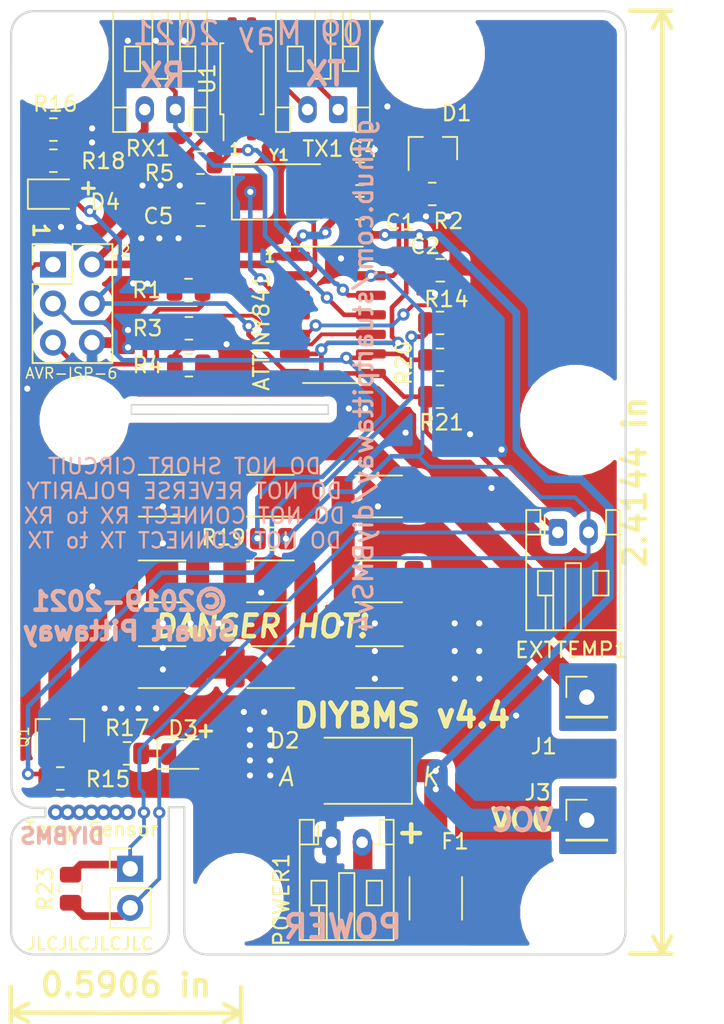
<source format=kicad_pcb>
(kicad_pcb (version 20171130) (host pcbnew "(5.1.6)-1")
  (layers (0 F.Cu signal) (31 B.Cu signal hide) (34 B.Paste user hide) (35 F.Paste user hide) (36 B.SilkS user hide) (37 F.SilkS user) (38 B.Mask user hide) (39 F.Mask user hide) (44 Edge.Cuts user))
  (net 0 "")
  (net 1 GND)
  (net 2 VCC)
  (net 3 RXD0)
  (net 4 ENABLE)
  (net 5 "Net-(R5-Pad1)")
  (net 6 TXD0)
  (net 7 "Net-(R6-Pad2)")
  (net 8 "Net-(D3-Pad1)")
  (net 9 "Net-(D4-Pad1)")
  (net 10 DUMP_LOAD_ENABLE)
  (net 11 "Net-(TX1-Pad1)")
  (net 12 "Net-(TX1-Pad2)")
  (net 13 "Net-(ATTINY841-Pad2)")
  (net 14 "Net-(ATTINY841-Pad3)")
  (net 15 "Net-(ATTINY841-Pad4)")
  (net 16 "Net-(ATTINY841-Pad7)")
  (net 17 "Net-(R22-Pad2)")
  (net 18 "Net-(R24-Pad2)")
  (net 19 "Net-(F1-Pad2)")
  (net 20 "Net-(Q1-Pad1)")
  (net 21 "Net-(ATTINY841-Pad10)")
  (net 22 VREF)
  (net 23 SCK)
  (net 24 MISO)
  (net 25 "Net-(R25-Pad2)")
  (net 26 "Net-(R26-Pad2)")
  (net 27 "Net-(R12-Pad1)")
  (net 28 /SWITCHED_GND)
  (module Connector_PinHeader_2.54mm:PinHeader_1x01_P2.54mm_Vertical (layer F.Cu) (at 139.4 100.6)
    (fp_text reference J3 (at -3.2 -1.8) (layer F.SilkS))
    (fp_text value Conn_01x01)
    (pad 1 thru_hole rect (at 0 0) (size 1.7 1.7) (drill 1) (layers *.Cu *.Mask) (net 2 VCC))
  )
  (module Connector_PinHeader_2.54mm:PinHeader_1x01_P2.54mm_Vertical (layer F.Cu) (at 139.4 92.6)
    (fp_text reference J1 (at -2.8 3.2) (layer F.SilkS))
    (fp_text value Conn_01x01)
    (pad 1 thru_hole rect (at 0 0) (size 1.7 1.7) (drill 1) (layers *.Cu *.Mask) (net 28 /SWITCHED_GND))
  )
  (module Mounting_Holes:MountingHole_3.2mm_M3 (layer B.Cu) (at 106.6676 74.5876)
    (fp_text reference REF** hide)
    (fp_text value MountingHole_3.2mm_M3 hide)
    (pad 1 np_thru_hole circle (at 0 0) (size 3.2 3.2) (drill 3.2) (layers *.Cu *.Mask))
  )
  (module Mounting_Holes:MountingHole_3.2mm_M3 (layer F.Cu) (at 138.6626 74.5876)
    (fp_text reference REF** hide)
    (fp_text value MountingHole_3.2mm_M3 hide)
    (pad 1 np_thru_hole circle (at 0 0) (size 3.2 3.2) (drill 3.2) (layers *.Cu *.Mask))
  )
  (module Mounting_Holes:MountingHole_3.2mm_M3 (layer F.Cu) (at 138.6626 106.5876)
    (fp_text reference REF** hide)
    (fp_text value MountingHole_3.2mm_M3 hide)
    (pad 1 np_thru_hole circle (at 0 0) (size 3.2 3.2) (drill 3.2) (layers *.Cu *.Mask))
  )
  (module Resistor_SMD:R_2010_5025Metric (layer F.Cu) (at 125.8476 79.5476)
    (fp_text reference R30 hide)
    (fp_text value "3.3OHM 3/4W")
    (pad 2 smd roundrect (at 2.3125 0) (size 1.225 2.65) (layers F.Cu F.Paste F.Mask) (roundrect_rratio 0.204082) (net 28 /SWITCHED_GND))
    (pad 1 smd roundrect (at -2.3125 0) (size 1.225 2.65) (layers F.Cu F.Paste F.Mask) (roundrect_rratio 0.204082) (net 26 "Net-(R26-Pad2)"))
  )
  (module Resistor_SMD:R_2010_5025Metric (layer F.Cu) (at 118.7976 79.4976)
    (fp_text reference R29 hide)
    (fp_text value "3.3OHM 3/4W")
    (pad 2 smd roundrect (at 2.3125 0) (size 1.225 2.65) (layers F.Cu F.Paste F.Mask) (roundrect_rratio 0.204082) (net 28 /SWITCHED_GND))
    (pad 1 smd roundrect (at -2.3125 0) (size 1.225 2.65) (layers F.Cu F.Paste F.Mask) (roundrect_rratio 0.204082) (net 25 "Net-(R25-Pad2)"))
  )
  (module Resistor_SMD:R_2010_5025Metric (layer F.Cu) (at 125.8476 85.0726 180)
    (fp_text reference R26 hide)
    (fp_text value "3.3OHM 3/4W")
    (pad 2 smd roundrect (at 2.3125 0 180) (size 1.225 2.65) (layers F.Cu F.Paste F.Mask) (roundrect_rratio 0.204082) (net 26 "Net-(R26-Pad2)"))
    (pad 1 smd roundrect (at -2.3125 0 180) (size 1.225 2.65) (layers F.Cu F.Paste F.Mask) (roundrect_rratio 0.204082) (net 18 "Net-(R24-Pad2)"))
  )
  (module Resistor_SMD:R_2010_5025Metric (layer F.Cu) (at 118.7976 85.0726 180)
    (fp_text reference R25 hide)
    (fp_text value "3.3OHM 3/4W")
    (pad 2 smd roundrect (at 2.3125 0 180) (size 1.225 2.65) (layers F.Cu F.Paste F.Mask) (roundrect_rratio 0.204082) (net 25 "Net-(R25-Pad2)"))
    (pad 1 smd roundrect (at -2.3125 0 180) (size 1.225 2.65) (layers F.Cu F.Paste F.Mask) (roundrect_rratio 0.204082) (net 17 "Net-(R22-Pad2)"))
  )
  (module Resistor_SMD:R_2010_5025Metric (layer F.Cu) (at 125.8976 90.6476)
    (fp_text reference R24 hide)
    (fp_text value "3.3OHM 3/4W")
    (pad 2 smd roundrect (at 2.3125 0) (size 1.225 2.65) (layers F.Cu F.Paste F.Mask) (roundrect_rratio 0.204082) (net 18 "Net-(R24-Pad2)"))
    (pad 1 smd roundrect (at -2.3125 0) (size 1.225 2.65) (layers F.Cu F.Paste F.Mask) (roundrect_rratio 0.204082) (net 2 VCC))
  )
  (module Resistor_SMD:R_2010_5025Metric (layer F.Cu) (at 118.8226 90.6476)
    (fp_text reference R22 hide)
    (fp_text value "3.3OHM 3/4W")
    (pad 2 smd roundrect (at 2.3125 0) (size 1.225 2.65) (layers F.Cu F.Paste F.Mask) (roundrect_rratio 0.204082) (net 17 "Net-(R22-Pad2)"))
    (pad 1 smd roundrect (at -2.3125 0) (size 1.225 2.65) (layers F.Cu F.Paste F.Mask) (roundrect_rratio 0.204082) (net 2 VCC))
  )
  (module Resistor_SMD:R_2010_5025Metric (layer F.Cu) (at 111.7476 79.4976 180)
    (fp_text reference R12 hide)
    (fp_text value "3.3OHM 3/4W")
    (pad 2 smd roundrect (at 2.3125 0 180) (size 1.225 2.65) (layers F.Cu F.Paste F.Mask) (roundrect_rratio 0.204082) (net 28 /SWITCHED_GND))
    (pad 1 smd roundrect (at -2.3125 0 180) (size 1.225 2.65) (layers F.Cu F.Paste F.Mask) (roundrect_rratio 0.204082) (net 27 "Net-(R12-Pad1)"))
  )
  (module Resistor_SMD:R_2010_5025Metric (layer F.Cu) (at 111.7476 85.0726)
    (fp_text reference R8 hide)
    (fp_text value "3.3OHM 3/4W")
    (pad 2 smd roundrect (at 2.3125 0) (size 1.225 2.65) (layers F.Cu F.Paste F.Mask) (roundrect_rratio 0.204082) (net 27 "Net-(R12-Pad1)"))
    (pad 1 smd roundrect (at -2.3125 0) (size 1.225 2.65) (layers F.Cu F.Paste F.Mask) (roundrect_rratio 0.204082) (net 7 "Net-(R6-Pad2)"))
  )
  (module Resistor_SMD:R_2010_5025Metric (layer F.Cu) (at 111.7476 90.6476 180)
    (fp_text reference R6 hide)
    (fp_text value "3.3OHM 3/4W")
    (pad 2 smd roundrect (at 2.3125 0 180) (size 1.225 2.65) (layers F.Cu F.Paste F.Mask) (roundrect_rratio 0.204082) (net 7 "Net-(R6-Pad2)"))
    (pad 1 smd roundrect (at -2.3125 0 180) (size 1.225 2.65) (layers F.Cu F.Paste F.Mask) (roundrect_rratio 0.204082) (net 2 VCC))
  )
  (module Package_SO:SOP-4_4.4x2.6mm_P1.27mm (layer F.Cu) (at 116.9426 52.3876 90)
    (fp_text reference U1 (at 0 -2.25 90) (layer F.SilkS))
    (fp_text value "EL3H7(B)(TA)-G")
    (pad 4 smd roundrect (at 3.1875 -0.635 90) (size 1.625 0.6) (layers F.Cu F.Paste F.Mask) (net 12 "Net-(TX1-Pad2)"))
    (pad 3 smd roundrect (at 3.1875 0.635 90) (size 1.625 0.6) (layers F.Cu F.Paste F.Mask) (net 11 "Net-(TX1-Pad1)"))
    (pad 2 smd roundrect (at -3.1875 0.635 90) (size 1.625 0.6) (layers F.Cu F.Paste F.Mask) (net 1 GND))
    (pad 1 smd roundrect (at -3.1875 -0.635 90) (size 1.625 0.6) (layers F.Cu F.Paste F.Mask) (net 5 "Net-(R5-Pad1)"))
  )
  (module Connector_JST:JST_PH_S2B-PH-K_1x02_P2.00mm_Horizontal (layer F.Cu) (at 123.2176 54.3876 180)
    (fp_text reference TX1 (at 1 -2.55) (layer F.SilkS))
    (fp_text value "TX Connector")
    (pad 2 thru_hole oval (at 2 0 180) (size 1.2 1.75) (drill 0.75) (layers *.Cu *.Mask) (net 12 "Net-(TX1-Pad2)"))
    (pad 1 thru_hole roundrect (at 0 0 180) (size 1.2 1.75) (drill 0.75) (layers *.Cu *.Mask) (roundrect_rratio 0.208333) (net 11 "Net-(TX1-Pad1)"))
  )
  (module Connector_JST:JST_PH_S2B-PH-K_1x02_P2.00mm_Horizontal (layer F.Cu) (at 112.6176 54.3876 180)
    (fp_text reference RX1 (at 1.8 -2.53) (layer F.SilkS))
    (fp_text value "RX Connector")
    (pad 2 thru_hole oval (at 2 0 180) (size 1.2 1.75) (drill 0.75) (layers *.Cu *.Mask) (net 2 VCC))
    (pad 1 thru_hole roundrect (at 0 0 180) (size 1.2 1.75) (drill 0.75) (layers *.Cu *.Mask) (roundrect_rratio 0.208333) (net 3 RXD0))
  )
  (module Connector_PinHeader_2.54mm:PinHeader_1x02_P2.54mm_Vertical (layer F.Cu) (at 109.6676 103.7626)
    (fp_text reference REMOTE1 hide)
    (fp_text value "Ext Temp Sensor")
    (pad 2 thru_hole oval (at 0 2.54) (size 1.7 1.7) (drill 1) (layers *.Cu *.Mask) (net 22 VREF))
    (pad 1 thru_hole rect (at 0 0) (size 1.7 1.7) (drill 1) (layers *.Cu *.Mask) (net 24 MISO))
  )
  (module Diode_SMD:D_SMB (layer F.Cu) (at 124.4676 97.3876 180)
    (fp_text reference D2 (at 4.74 1.97) (layer F.SilkS))
    (fp_text value SMBJ5.0A)
    (pad 2 smd rect (at 2.15 0 180) (size 2.5 2.3) (layers F.Cu F.Paste F.Mask) (net 1 GND))
    (pad 1 smd rect (at -2.15 0 180) (size 2.5 2.3) (layers F.Cu F.Paste F.Mask) (net 2 VCC))
  )
  (module Resistor_SMD:R_0805_2012Metric (layer F.Cu) (at 105.7876 105.0576 90)
    (fp_text reference R23 (at 0 -1.65 90) (layer F.SilkS))
    (fp_text value CMFB103F3950FANT)
    (pad 2 smd roundrect (at 0.9125 0 90) (size 1.025 1.4) (layers F.Cu F.Paste F.Mask) (roundrect_rratio 0.243902) (net 24 MISO))
    (pad 1 smd roundrect (at -0.9125 0 90) (size 1.025 1.4) (layers F.Cu F.Paste F.Mask) (roundrect_rratio 0.243902) (net 22 VREF))
  )
  (module Resistor_SMD:R_0805_2012Metric (layer F.Cu) (at 129.8426 73.0626)
    (fp_text reference R21 (at 0.1 1.675) (layer F.SilkS))
    (fp_text value 10KOHMS)
    (pad 2 smd roundrect (at 0.9125 0) (size 1.025 1.4) (layers F.Cu F.Paste F.Mask) (roundrect_rratio 0.243902) (net 1 GND))
    (pad 1 smd roundrect (at -0.9125 0) (size 1.025 1.4) (layers F.Cu F.Paste F.Mask) (roundrect_rratio 0.243902) (net 24 MISO))
  )
  (module Resistor_SMD:R_0805_2012Metric (layer F.Cu) (at 129.8426 70.6626)
    (fp_text reference R20 (at -2.355 0.205 90) (layer F.SilkS))
    (fp_text value 10KOHMS)
    (pad 2 smd roundrect (at 0.9125 0) (size 1.025 1.4) (layers F.Cu F.Paste F.Mask) (roundrect_rratio 0.243902) (net 1 GND))
    (pad 1 smd roundrect (at -0.9125 0) (size 1.025 1.4) (layers F.Cu F.Paste F.Mask) (roundrect_rratio 0.243902) (net 23 SCK))
  )
  (module Resistor_SMD:R_0805_2012Metric (layer F.Cu) (at 118.8976 82.2976 180)
    (fp_text reference R19 (at 3.15 0.075) (layer F.SilkS))
    (fp_text value CMFB103F3950FANT)
    (pad 2 smd roundrect (at 0.9125 0 180) (size 1.025 1.4) (layers F.Cu F.Paste F.Mask) (roundrect_rratio 0.243902) (net 23 SCK))
    (pad 1 smd roundrect (at -0.9125 0 180) (size 1.025 1.4) (layers F.Cu F.Paste F.Mask) (roundrect_rratio 0.243902) (net 22 VREF))
  )
  (module Resistor_SMD:R_0805_2012Metric (layer F.Cu) (at 104.6676 57.7126 180)
    (fp_text reference R18 (at -3.25 -0.025) (layer F.SilkS))
    (fp_text value 2.2KOHMS)
    (pad 2 smd roundrect (at 0.9125 0 180) (size 1.025 1.4) (layers F.Cu F.Paste F.Mask) (roundrect_rratio 0.243902) (net 9 "Net-(D4-Pad1)"))
    (pad 1 smd roundrect (at -0.9125 0 180) (size 1.025 1.4) (layers F.Cu F.Paste F.Mask) (roundrect_rratio 0.243902) (net 1 GND))
  )
  (module Resistor_SMD:R_0805_2012Metric (layer F.Cu) (at 109.4676 96.2576)
    (fp_text reference R17 (at 0 -1.65) (layer F.SilkS))
    (fp_text value 2.2KOHMS)
    (pad 2 smd roundrect (at 0.9125 0) (size 1.025 1.4) (layers F.Cu F.Paste F.Mask) (roundrect_rratio 0.243902) (net 8 "Net-(D3-Pad1)"))
    (pad 1 smd roundrect (at -0.9125 0) (size 1.025 1.4) (layers F.Cu F.Paste F.Mask) (roundrect_rratio 0.243902) (net 28 /SWITCHED_GND))
  )
  (module Resistor_SMD:R_0805_2012Metric (layer F.Cu) (at 104.6676 55.6876 180)
    (fp_text reference R16 (at -0.125 1.675) (layer F.SilkS))
    (fp_text value 2.2KOHMS)
    (pad 2 smd roundrect (at 0.9125 0 180) (size 1.025 1.4) (layers F.Cu F.Paste F.Mask) (roundrect_rratio 0.243902) (net 3 RXD0))
    (pad 1 smd roundrect (at -0.9125 0 180) (size 1.025 1.4) (layers F.Cu F.Paste F.Mask) (roundrect_rratio 0.243902) (net 1 GND))
  )
  (module Resistor_SMD:R_0805_2012Metric (layer F.Cu) (at 105.1176 97.8876)
    (fp_text reference R15 (at 3.1 0.05) (layer F.SilkS))
    (fp_text value 10KOHMS)
    (pad 2 smd roundrect (at 0.9125 0) (size 1.025 1.4) (layers F.Cu F.Paste F.Mask) (roundrect_rratio 0.243902) (net 1 GND))
    (pad 1 smd roundrect (at -0.9125 0) (size 1.025 1.4) (layers F.Cu F.Paste F.Mask) (roundrect_rratio 0.243902) (net 20 "Net-(Q1-Pad1)"))
  )
  (module Resistor_SMD:R_0805_2012Metric (layer F.Cu) (at 129.8426 68.2626)
    (fp_text reference R14 (at 0.415 -1.545) (layer F.SilkS))
    (fp_text value 510OHMS)
    (pad 2 smd roundrect (at 0.9125 0) (size 1.025 1.4) (layers F.Cu F.Paste F.Mask) (roundrect_rratio 0.243902) (net 10 DUMP_LOAD_ENABLE))
    (pad 1 smd roundrect (at -0.9125 0) (size 1.025 1.4) (layers F.Cu F.Paste F.Mask) (roundrect_rratio 0.243902) (net 20 "Net-(Q1-Pad1)"))
  )
  (module Resistor_SMD:R_0805_2012Metric (layer F.Cu) (at 114.2426 57.8376)
    (fp_text reference R5 (at -2.675 0.68) (layer F.SilkS))
    (fp_text value "220 OHMS")
    (pad 2 smd roundrect (at 0.9125 0) (size 1.025 1.4) (layers F.Cu F.Paste F.Mask) (roundrect_rratio 0.243902) (net 6 TXD0))
    (pad 1 smd roundrect (at -0.9125 0) (size 1.025 1.4) (layers F.Cu F.Paste F.Mask) (roundrect_rratio 0.243902) (net 5 "Net-(R5-Pad1)"))
  )
  (module Resistor_SMD:R_0805_2012Metric (layer F.Cu) (at 113.4926 71.0126)
    (fp_text reference R4 (at -2.7 0) (layer F.SilkS))
    (fp_text value 2.7K)
    (pad 2 smd roundrect (at 0.9125 0) (size 1.025 1.4) (layers F.Cu F.Paste F.Mask) (roundrect_rratio 0.243902) (net 1 GND))
    (pad 1 smd roundrect (at -0.9125 0) (size 1.025 1.4) (layers F.Cu F.Paste F.Mask) (roundrect_rratio 0.243902) (net 21 "Net-(ATTINY841-Pad10)"))
  )
  (module Resistor_SMD:R_0805_2012Metric (layer F.Cu) (at 113.4926 68.6126)
    (fp_text reference R3 (at -2.7 0) (layer F.SilkS))
    (fp_text value 6.8K)
    (pad 2 smd roundrect (at 0.9125 0) (size 1.025 1.4) (layers F.Cu F.Paste F.Mask) (roundrect_rratio 0.243902) (net 21 "Net-(ATTINY841-Pad10)"))
    (pad 1 smd roundrect (at -0.9125 0) (size 1.025 1.4) (layers F.Cu F.Paste F.Mask) (roundrect_rratio 0.243902) (net 4 ENABLE))
  )
  (module Resistor_SMD:R_0805_2012Metric (layer F.Cu) (at 129.3376 59.8776)
    (fp_text reference R2 (at 1.05 1.76) (layer F.SilkS))
    (fp_text value 1KOHMS)
    (pad 2 smd roundrect (at 0.9125 0) (size 1.025 1.4) (layers F.Cu F.Paste F.Mask) (roundrect_rratio 0.243902) (net 22 VREF))
    (pad 1 smd roundrect (at -0.9125 0) (size 1.025 1.4) (layers F.Cu F.Paste F.Mask) (roundrect_rratio 0.243902) (net 4 ENABLE))
  )
  (module Resistor_SMD:R_0805_2012Metric (layer F.Cu) (at 113.4676 66.1276)
    (fp_text reference R1 (at -2.7 0) (layer F.SilkS))
    (fp_text value 10KOHMS)
    (pad 2 smd roundrect (at 0.9125 0) (size 1.025 1.4) (layers F.Cu F.Paste F.Mask) (roundrect_rratio 0.243902) (net 15 "Net-(ATTINY841-Pad4)"))
    (pad 1 smd roundrect (at -0.9125 0) (size 1.025 1.4) (layers F.Cu F.Paste F.Mask) (roundrect_rratio 0.243902) (net 2 VCC))
  )
  (module Connector_JST:JST_PH_S2B-PH-K_1x02_P2.00mm_Horizontal (layer F.Cu) (at 122.7676 102.0376)
    (fp_text reference POWER1 (at -3.25 3.75 90) (layer F.SilkS))
    (fp_text value Battery)
    (pad 2 thru_hole oval (at 2 0) (size 1.2 1.75) (drill 0.75) (layers *.Cu *.Mask) (net 19 "Net-(F1-Pad2)"))
    (pad 1 thru_hole roundrect (at 0 0) (size 1.2 1.75) (drill 0.75) (layers *.Cu *.Mask) (roundrect_rratio 0.208333) (net 1 GND))
  )
  (module Fuse:Fuse_1812_4532Metric (layer F.Cu) (at 129.5676 105.6876 270)
    (fp_text reference F1 (at -3.7 -1.25 180) (layer F.SilkS))
    (fp_text value mSMD300)
    (pad 2 smd roundrect (at 2.1375 0 270) (size 1.125 3.4) (layers F.Cu F.Paste F.Mask) (roundrect_rratio 0.222222) (net 19 "Net-(F1-Pad2)"))
    (pad 1 smd roundrect (at -2.1375 0 270) (size 1.125 3.4) (layers F.Cu F.Paste F.Mask) (roundrect_rratio 0.222222) (net 2 VCC))
  )
  (module Connector_JST:JST_PH_S2B-PH-K_1x02_P2.00mm_Horizontal (layer F.Cu) (at 137.5176 81.8876)
    (fp_text reference EXTTEMP1 (at 0.9 7.65) (layer F.SilkS))
    (fp_text value "Ext Temp Sensor")
    (pad 2 thru_hole oval (at 2 0) (size 1.2 1.75) (drill 0.75) (layers *.Cu *.Mask) (net 22 VREF))
    (pad 1 thru_hole roundrect (at 0 0) (size 1.2 1.75) (drill 0.75) (layers *.Cu *.Mask) (roundrect_rratio 0.208333) (net 24 MISO))
  )
  (module LED_SMD:LED_0805_2012Metric (layer F.Cu) (at 104.6926 59.8876)
    (fp_text reference D4 (at 3.345 0.51) (layer F.SilkS))
    (fp_text value Blue)
    (pad 2 smd roundrect (at 0.9375 0) (size 0.975 1.4) (layers F.Cu F.Paste F.Mask) (net 16 "Net-(ATTINY841-Pad7)"))
    (pad 1 smd roundrect (at -0.9375 0) (size 0.975 1.4) (layers F.Cu F.Paste F.Mask) (net 9 "Net-(D4-Pad1)"))
  )
  (module LED_SMD:LED_0805_2012Metric (layer F.Cu) (at 113.1176 96.3026)
    (fp_text reference D3 (at 0 -1.65) (layer F.SilkS))
    (fp_text value Red)
    (pad 2 smd roundrect (at 0.9375 0) (size 0.975 1.4) (layers F.Cu F.Paste F.Mask) (net 2 VCC))
    (pad 1 smd roundrect (at -0.9375 0) (size 0.975 1.4) (layers F.Cu F.Paste F.Mask) (net 8 "Net-(D3-Pad1)"))
  )
  (module Package_TO_SOT_SMD:SOT-23 (layer F.Cu) (at 129.3776 56.9276 90)
    (fp_text reference D1 (at 2.3 1.55 180) (layer F.SilkS))
    (fp_text value AZ432ANTR-E1)
    (pad 3 smd rect (at 1 0 90) (size 0.9 0.8) (layers F.Cu F.Paste F.Mask) (net 1 GND))
    (pad 2 smd rect (at -1 0.95 90) (size 0.9 0.8) (layers F.Cu F.Paste F.Mask) (net 22 VREF))
    (pad 1 smd rect (at -1 -0.95 90) (size 0.9 0.8) (layers F.Cu F.Paste F.Mask) (net 22 VREF))
  )
  (module Capacitor_SMD:C_0805_2012Metric (layer F.Cu) (at 114.2626 61.2276 180)
    (fp_text reference C5 (at 2.76 -0.09) (layer F.SilkS))
    (fp_text value 22pF)
    (pad 2 smd roundrect (at 0.95 0 180) (size 1 1.45) (layers F.Cu F.Paste F.Mask) (net 1 GND))
    (pad 1 smd roundrect (at -0.95 0 180) (size 1 1.45) (layers F.Cu F.Paste F.Mask) (net 14 "Net-(ATTINY841-Pad3)"))
  )
  (module Capacitor_SMD:C_0805_2012Metric (layer F.Cu) (at 124.6426 58.5626)
    (fp_text reference C4 (at 0.195 -1.595) (layer F.SilkS))
    (fp_text value 22pF)
    (pad 2 smd roundrect (at 0.95 0) (size 1 1.45) (layers F.Cu F.Paste F.Mask) (net 1 GND))
    (pad 1 smd roundrect (at -0.95 0) (size 1 1.45) (layers F.Cu F.Paste F.Mask) (net 13 "Net-(ATTINY841-Pad2)"))
  )
  (module Capacitor_SMD:C_0805_2012Metric (layer F.Cu) (at 129.8626 64.8376)
    (fp_text reference C2 (at -0.985 -1.57) (layer F.SilkS))
    (fp_text value 1uF)
    (pad 2 smd roundrect (at 0.95 0) (size 1 1.45) (layers F.Cu F.Paste F.Mask) (net 1 GND))
    (pad 1 smd roundrect (at -0.95 0) (size 1 1.45) (layers F.Cu F.Paste F.Mask) (net 2 VCC))
  )
  (module Capacitor_SMD:C_0805_2012Metric (layer F.Cu) (at 124.6276 60.7976)
    (fp_text reference C1 (at 2.64 0.93) (layer F.SilkS))
    (fp_text value 100nF)
    (pad 2 smd roundrect (at 0.95 0) (size 1 1.45) (layers F.Cu F.Paste F.Mask) (net 1 GND))
    (pad 1 smd roundrect (at -0.95 0) (size 1 1.45) (layers F.Cu F.Paste F.Mask) (net 2 VCC))
  )
  (module Package_SO:SOIC-14_3.9x8.7mm_P1.27mm (layer F.Cu) (at 122.8676 67.7376)
    (fp_text reference ATTINY841 (at -4.65 1.125 90) (layer F.SilkS))
    (fp_text value ATtiny841-SSU)
    (pad 14 smd roundrect (at 2.475 -3.81) (size 1.95 0.6) (layers F.Cu F.Paste F.Mask) (net 1 GND))
    (pad 13 smd roundrect (at 2.475 -2.54) (size 1.95 0.6) (layers F.Cu F.Paste F.Mask) (net 22 VREF))
    (pad 12 smd roundrect (at 2.475 -1.27) (size 1.95 0.6) (layers F.Cu F.Paste F.Mask) (net 6 TXD0))
    (pad 11 smd roundrect (at 2.475 0) (size 1.95 0.6) (layers F.Cu F.Paste F.Mask) (net 3 RXD0))
    (pad 10 smd roundrect (at 2.475 1.27) (size 1.95 0.6) (layers F.Cu F.Paste F.Mask) (net 21 "Net-(ATTINY841-Pad10)"))
    (pad 9 smd roundrect (at 2.475 2.54) (size 1.95 0.6) (layers F.Cu F.Paste F.Mask) (net 23 SCK))
    (pad 8 smd roundrect (at 2.475 3.81) (size 1.95 0.6) (layers F.Cu F.Paste F.Mask) (net 24 MISO))
    (pad 7 smd roundrect (at -2.475 3.81) (size 1.95 0.6) (layers F.Cu F.Paste F.Mask) (net 16 "Net-(ATTINY841-Pad7)"))
    (pad 6 smd roundrect (at -2.475 2.54) (size 1.95 0.6) (layers F.Cu F.Paste F.Mask) (net 4 ENABLE))
    (pad 5 smd roundrect (at -2.475 1.27) (size 1.95 0.6) (layers F.Cu F.Paste F.Mask) (net 10 DUMP_LOAD_ENABLE))
    (pad 4 smd roundrect (at -2.475 0) (size 1.95 0.6) (layers F.Cu F.Paste F.Mask) (net 15 "Net-(ATTINY841-Pad4)"))
    (pad 3 smd roundrect (at -2.475 -1.27) (size 1.95 0.6) (layers F.Cu F.Paste F.Mask) (net 14 "Net-(ATTINY841-Pad3)"))
    (pad 2 smd roundrect (at -2.475 -2.54) (size 1.95 0.6) (layers F.Cu F.Paste F.Mask) (net 13 "Net-(ATTINY841-Pad2)"))
    (pad 1 smd roundrect (at -2.475 -3.81) (size 1.95 0.6) (layers F.Cu F.Paste F.Mask) (net 2 VCC))
  )
  (module Mounting_Holes:MountingHole_3.2mm_M3 (layer F.Cu) (at 116.7576 105.6376)
    (fp_text reference REF** hide)
    (fp_text value MountingHole_3.2mm_M3 hide)
    (pad 1 np_thru_hole circle (at 0 0) (size 3.2 3.2) (drill 3.2) (layers *.Cu *.Mask))
  )
  (module Crystals:Crystal_SMD_5032-2pin_5.0x3.2mm (layer F.Cu) (at 119.3376 59.7426)
    (fp_text reference Y1 (at 0.03 -2.395) (layer F.SilkS) (effects (font (size 0.7 0.7))))
    (fp_text value "8MHZ Ceramic Resonator")
    (pad 1 smd rect (at -1.85 0) (size 2 2.4) (layers F.Cu F.Paste F.Mask) (net 14 "Net-(ATTINY841-Pad3)"))
    (pad 2 smd rect (at 1.85 0) (size 2 2.4) (layers F.Cu F.Paste F.Mask) (net 13 "Net-(ATTINY841-Pad2)"))
  )
  (module Mounting_Holes:MountingHole_3.2mm_M3 (layer F.Cu) (at 129.1676 50.7376)
    (fp_text reference REF** hide)
    (fp_text value MountingHole_3.2mm_M3 hide)
    (pad 1 np_thru_hole circle (at 0 0) (size 3.2 3.2) (drill 3.2) (layers *.Cu *.Mask))
  )
  (module Mounting_Holes:MountingHole_3.2mm_M3 (layer F.Cu) (at 104.6676 50.7376)
    (fp_text reference REF** hide)
    (fp_text value MountingHole_3.2mm_M3 hide)
    (pad 1 np_thru_hole circle (at 0 0) (size 3.2 3.2) (drill 3.2) (layers *.Cu *.Mask))
  )
  (module Pin_Headers:Pin_Header_Straight_2x03_Pitch2.54mm (layer F.Cu) (at 104.6426 64.4626)
    (fp_text reference J2 (at 4.45 -0.875) (layer F.SilkS) (effects (font (size 0.7 0.7) (thickness 0.1))))
    (fp_text value AVR-ISP-6 (at 1.2 7.075) (layer F.SilkS) (effects (font (size 0.7 0.7) (thickness 0.1))))
    (pad 1 thru_hole rect (at 0 0) (size 1.7 1.7) (drill 1) (layers *.Cu *.Mask) (net 24 MISO))
    (pad 2 thru_hole oval (at 2.54 0) (size 1.7 1.7) (drill 1) (layers *.Cu *.Mask) (net 2 VCC))
    (pad 3 thru_hole oval (at 0 2.54) (size 1.7 1.7) (drill 1) (layers *.Cu *.Mask) (net 23 SCK))
    (pad 4 thru_hole oval (at 2.54 2.54) (size 1.7 1.7) (drill 1) (layers *.Cu *.Mask) (net 16 "Net-(ATTINY841-Pad7)"))
    (pad 5 thru_hole oval (at 0 5.08) (size 1.7 1.7) (drill 1) (layers *.Cu *.Mask) (net 15 "Net-(ATTINY841-Pad4)"))
    (pad 6 thru_hole oval (at 2.54 5.08) (size 1.7 1.7) (drill 1) (layers *.Cu *.Mask) (net 1 GND))
  )
  (module TO_SOT_Packages_SMD:SOT-23 (layer F.Cu) (at 105.0926 94.7876 90)
    (fp_text reference Q1 (at -0.4 -2.375 270) (layer F.SilkS) (effects (font (size 0.7 0.7) (thickness 0.1))))
    (fp_text value AO3400A)
    (pad 1 smd rect (at -1 -0.95 90) (size 0.9 0.8) (layers F.Cu F.Paste F.Mask) (net 20 "Net-(Q1-Pad1)"))
    (pad 2 smd rect (at -1 0.95 90) (size 0.9 0.8) (layers F.Cu F.Paste F.Mask) (net 1 GND))
    (pad 3 smd rect (at 1 0 90) (size 0.9 0.8) (layers F.Cu F.Paste F.Mask) (net 28 /SWITCHED_GND))
  )
  (gr_text VCC (at 135.2 100.6) (layer B.SilkS) (effects (font (size 1.4 1.4) (thickness 0.3)) (justify mirror)))
  (gr_text VCC (at 135.2 100.6) (layer F.SilkS) (effects (font (size 1.4 1.4) (thickness 0.3))))
  (gr_text K (at 129.2376 97.7876) (layer F.SilkS) (effects (font (size 1.2 1.2) (thickness 0.15) italic)))
  (gr_text A (at 119.8176 97.7876) (layer F.SilkS) (effects (font (size 1.2 1.2) (thickness 0.15) italic)))
  (gr_text "©2019-2021\nStuart Pittaway" (at 109.6176 87.3376) (layer B.SilkS) (effects (font (size 1.2 1.2) (thickness 0.3)) (justify mirror)))
  (gr_line (start 104.1476 100.4076) (end 103.4176 100.4076) (layer Edge.Cuts) (width 0.15))
  (gr_line (start 104.1476 99.7976) (end 103.4376 99.7976) (layer Edge.Cuts) (width 0.15))
  (gr_line (start 104.1476 100.4076) (end 104.1476 99.7976) (layer Edge.Cuts) (width 0.15))
  (gr_line (start 101.9176 107.8376) (end 101.9176 101.9076) (layer Edge.Cuts) (width 0.15))
  (gr_arc (start 103.4376 98.2976) (end 101.9376 98.2976) (angle -90) (layer Edge.Cuts) (width 0.15))
  (gr_arc (start 103.4176 101.9076) (end 103.4176 100.4076) (angle -90) (layer Edge.Cuts) (width 0.15))
  (gr_line (start 110.6876 109.3276) (end 103.4176 109.3376) (layer Edge.Cuts) (width 0.15))
  (gr_arc (start 110.6876 107.8276) (end 110.6876 109.3276) (angle -90) (layer Edge.Cuts) (width 0.15))
  (gr_arc (start 114.6926 107.8376) (end 113.1926 107.8376) (angle -90) (layer Edge.Cuts) (width 0.15))
  (gr_text JLCJLCJLCJLC (at 111.2676 108.6476) (layer F.SilkS) (effects (font (size 0.8 0.8)) (justify right)))
  (gr_text + (at 114.6576 94.8076 270) (layer F.SilkS) (effects (font (size 1 1) (thickness 0.2))))
  (gr_text + (at 107.0176 59.5076 270) (layer F.SilkS) (effects (font (size 1 1) (thickness 0.2))))
  (gr_line (start 113.1926 99.7576) (end 113.1926 107.8376) (layer Edge.Cuts) (width 0.15))
  (gr_line (start 112.1876 107.8276) (end 112.1876 99.7576) (layer Edge.Cuts) (width 0.15))
  (gr_line (start 112.1876 99.7576) (end 113.1926 99.7576) (layer Edge.Cuts) (width 0.15))
  (gr_line (start 101.9376 98.2976) (end 101.9176 49.4876) (layer Edge.Cuts) (width 0.15))
  (gr_text DIYBMS (at 102.3676 101.6376) (layer B.SilkS) (effects (font (size 1 1) (thickness 0.25)) (justify right mirror)))
  (gr_text "Temp Sensor" (at 102.6926 101.1876) (layer F.SilkS) (effects (font (size 0.9 0.9)) (justify left)))
  (dimension 15.000021 (width 0.3) (layer F.SilkS) (gr_text "15.000 mm" (at 109.3891 115.225097 359.9045071) (layer F.SilkS) (effects (font (size 1.5 1.5) (thickness 0.3)))) (feature1 (pts (xy 116.895392 111.462602) (xy 116.891623 113.72402))) (feature2 (pts (xy 101.895392 111.437602) (xy 101.891623 113.69902))) (crossbar (pts (xy 101.8926 113.1126) (xy 116.8926 113.1376))) (arrow1a (pts (xy 116.8926 113.1376) (xy 115.76512 113.722142))) (arrow1b (pts (xy 116.8926 113.1376) (xy 115.767075 112.549303))) (arrow2a (pts (xy 101.8926 113.1126) (xy 103.018125 113.700897))) (arrow2b (pts (xy 101.8926 113.1126) (xy 103.02008 112.528058))))
  (gr_text 1 (at 118.7676 63.9626) (layer F.SilkS) (effects (font (size 0.7 0.7) (thickness 0.175))))
  (gr_line (start 122.57 73.6) (end 122.57 74.1976) (layer Edge.Cuts) (width 0.1))
  (gr_line (start 122.57 74.1976) (end 116.65 74.1976) (layer Edge.Cuts) (width 0.1))
  (gr_line (start 109.75 73.59) (end 122.57 73.6) (layer Edge.Cuts) (width 0.1))
  (gr_line (start 109.75 74.2) (end 109.75 73.59) (layer Edge.Cuts) (width 0.1))
  (gr_line (start 116.65 74.1976) (end 109.75 74.2) (layer Edge.Cuts) (width 0.1))
  (gr_text + (at 127.9676 101.3376) (layer F.SilkS) (effects (font (size 1.5 1.5) (thickness 0.3))))
  (gr_arc (start 140.4176 107.8376) (end 140.4176 109.3376) (angle -90) (layer Edge.Cuts) (width 0.15))
  (gr_arc (start 103.4176 107.8376) (end 101.9176 107.8376) (angle -90) (layer Edge.Cuts) (width 0.15))
  (gr_arc (start 103.4176 49.4876) (end 103.4176 47.9876) (angle -90) (layer Edge.Cuts) (width 0.15))
  (gr_arc (start 140.4426 49.4876) (end 141.9426 49.4876) (angle -90) (layer Edge.Cuts) (width 0.15))
  (gr_line (start 140.4176 109.3376) (end 114.6926 109.3376) (layer Edge.Cuts) (width 0.15))
  (gr_line (start 141.9426 49.4876) (end 141.9176 107.8376) (layer Edge.Cuts) (width 0.15))
  (gr_line (start 103.4176 47.9876) (end 140.4426 47.9876) (layer Edge.Cuts) (width 0.15))
  (gr_text 1 (at 116.4926 56.9626) (layer F.SilkS) (effects (font (size 0.7 0.7) (thickness 0.175))))
  (gr_text TX (at 122.3926 52.0626) (layer B.SilkS) (effects (font (size 1.5 1.5) (thickness 0.3)) (justify mirror)))
  (gr_text RX (at 111.7926 52.1626) (layer B.SilkS) (effects (font (size 1.5 1.5) (thickness 0.3)) (justify mirror)))
  (gr_text "DANGER HOT!" (at 118.2 88) (layer F.SilkS) (effects (font (size 1.4 1.4) (thickness 0.3) italic)))
  (gr_text "DO NOT SHORT CIRCUIT\nDO NOT REVERSE POLARITY\nDO NOT CONNECT RX to RX\nDO NOT CONNECT TX to TX" (at 113.2 80) (layer B.SilkS) (effects (font (size 1 1)) (justify mirror)))
  (gr_text "09 May 2021" (at 109.6676 49.4276) (layer B.SilkS) (effects (font (size 1.5 1.5) (thickness 0.2)) (justify right mirror)))
  (gr_text 1 (at 103.8476 62.2476 270) (layer F.SilkS) (effects (font (size 1 1) (thickness 0.2))))
  (gr_text POWER (at 123.5176 107.5376) (layer B.SilkS) (effects (font (size 1.5 1.5) (thickness 0.3)) (justify mirror)))
  (gr_text github.com/stuartpittaway/diyBMSv4 (at 124.8676 71.6876 90) (layer B.SilkS) (effects (font (size 1.2 1.2) (thickness 0.2)) (justify mirror)))
  (gr_text "DIYBMS v4.4" (at 134.6 93.8) (layer F.SilkS) (effects (font (size 1.5 1.5) (thickness 0.35)) (justify right)))
  (dimension 61.325 (width 0.3) (layer F.SilkS) (gr_text "61.325 mm" (at 146.4176 78.6251 270) (layer F.SilkS) (effects (font (size 1.5 1.5) (thickness 0.3)))) (feature1 (pts (xy 142.2176 109.2876) (xy 144.904021 109.2876))) (feature2 (pts (xy 142.2176 47.9626) (xy 144.904021 47.9626))) (crossbar (pts (xy 144.3176 47.9626) (xy 144.3176 109.2876))) (arrow1a (pts (xy 144.3176 109.2876) (xy 143.731179 108.161096))) (arrow1b (pts (xy 144.3176 109.2876) (xy 144.904021 108.161096))) (arrow2a (pts (xy 144.3176 47.9626) (xy 143.731179 49.089104))) (arrow2b (pts (xy 144.3176 47.9626) (xy 144.904021 49.089104))))
  (via (at 104.810933 100.0876) (size 1) (drill 0.5) (layers F.Cu B.Cu) (net 0))
  (via (at 105.592044 100.0876) (size 1) (drill 0.5) (layers F.Cu B.Cu) (net 0))
  (via (at 106.373155 100.0876) (size 1) (drill 0.5) (layers F.Cu B.Cu) (net 0))
  (via (at 107.154266 100.0876) (size 1) (drill 0.5) (layers F.Cu B.Cu) (net 0))
  (via (at 107.935377 100.0876) (size 1) (drill 0.5) (layers F.Cu B.Cu) (net 0))
  (via (at 108.7176 100.0876) (size 1) (drill 0.5) (layers F.Cu B.Cu) (net 0))
  (via (at 109.5176 100.0876) (size 1) (drill 0.5) (layers F.Cu B.Cu) (net 0))
  (via (at 126.4176 54.1876) (size 0.8) (drill 0.4) (layers F.Cu B.Cu) (net 1))
  (segment (start 117.5676 55.5526) (end 117.5826 55.5376) (width 0.3) (layer F.Cu) (net 1))
  (via (at 111.6476 59.3276) (size 0.8) (drill 0.4) (layers F.Cu B.Cu) (net 1))
  (via (at 112.8976 59.3276) (size 0.8) (drill 0.4) (layers F.Cu B.Cu) (net 1))
  (via (at 107.1926 55.6126) (size 0.8) (drill 0.4) (layers F.Cu B.Cu) (net 1))
  (via (at 110.4726 59.3276) (size 0.8) (drill 0.4) (layers F.Cu B.Cu) (net 1))
  (via (at 113.1676 49.9126) (size 0.8) (drill 0.4) (layers F.Cu B.Cu) (net 1))
  (via (at 117.4676 97.6926) (size 0.8) (drill 0.4) (layers F.Cu B.Cu) (net 1))
  (via (at 117.4676 96.7126) (size 0.8) (drill 0.4) (layers F.Cu B.Cu) (net 1))
  (via (at 123.9076 73.8276) (size 0.8) (drill 0.4) (layers F.Cu B.Cu) (net 1))
  (via (at 133.2 79) (size 0.8) (drill 0.4) (layers F.Cu B.Cu) (net 1))
  (via (at 131.8 75.5) (size 0.8) (drill 0.4) (layers F.Cu B.Cu) (net 1))
  (via (at 130.8 89.6) (size 0.8) (drill 0.4) (layers F.Cu B.Cu) (net 1))
  (via (at 130.8 91.4) (size 0.8) (drill 0.4) (layers F.Cu B.Cu) (net 1))
  (via (at 132.4 91.4) (size 0.8) (drill 0.4) (layers F.Cu B.Cu) (net 1))
  (segment (start 106.0301 95.8001) (end 106.0426 95.7876) (width 0.5) (layer F.Cu) (net 1))
  (segment (start 106.0301 97.8876) (end 106.0301 95.8001) (width 0.5) (layer F.Cu) (net 1))
  (via (at 108.0076 93.3326) (size 0.8) (drill 0.4) (layers F.Cu B.Cu) (net 1))
  (via (at 109.1076 93.3326) (size 0.8) (drill 0.4) (layers F.Cu B.Cu) (net 1))
  (via (at 110.2076 93.3326) (size 0.8) (drill 0.4) (layers F.Cu B.Cu) (net 1))
  (via (at 111.3576 93.3326) (size 0.8) (drill 0.4) (layers F.Cu B.Cu) (net 1))
  (segment (start 105.5801 55.6876) (end 105.5801 57.7126) (width 0.3) (layer F.Cu) (net 1))
  (via (at 117.4676 95.7326) (size 0.8) (drill 0.4) (layers F.Cu B.Cu) (net 1))
  (via (at 118.7926 96.7126) (size 0.8) (drill 0.4) (layers F.Cu B.Cu) (net 1))
  (via (at 118.7926 97.6926) (size 0.8) (drill 0.4) (layers F.Cu B.Cu) (net 1))
  (via (at 118.7926 95.7326) (size 0.8) (drill 0.4) (layers F.Cu B.Cu) (net 1))
  (via (at 111.5676 62.7626) (size 0.8) (drill 0.4) (layers F.Cu B.Cu) (net 1))
  (via (at 112.8176 62.7626) (size 0.8) (drill 0.4) (layers F.Cu B.Cu) (net 1))
  (via (at 110.3926 62.7626) (size 0.8) (drill 0.4) (layers F.Cu B.Cu) (net 1))
  (via (at 109.5276 69.8526) (size 0.8) (drill 0.4) (layers F.Cu B.Cu) (net 1))
  (via (at 109.5276 68.7276) (size 0.8) (drill 0.4) (layers F.Cu B.Cu) (net 1))
  (via (at 125.5926 56.9876) (size 0.8) (drill 0.4) (layers F.Cu B.Cu) (net 1))
  (via (at 111.3426 49.9126) (size 0.8) (drill 0.4) (layers F.Cu B.Cu) (net 1))
  (via (at 109.5176 49.9126) (size 0.8) (drill 0.4) (layers F.Cu B.Cu) (net 1))
  (via (at 107.1876 56.5276) (size 0.8) (drill 0.4) (layers F.Cu B.Cu) (net 1))
  (via (at 123.3976 64.0676) (size 0.8) (drill 0.4) (layers F.Cu B.Cu) (net 1))
  (via (at 105.1626 62.0226) (size 0.8) (drill 0.4) (layers F.Cu B.Cu) (net 1))
  (via (at 106.3376 62.0226) (size 0.8) (drill 0.4) (layers F.Cu B.Cu) (net 1))
  (via (at 129.5176 66.3576) (size 0.8) (drill 0.4) (layers F.Cu B.Cu) (net 1))
  (via (at 128.9276 61.3376) (size 0.8) (drill 0.4) (layers F.Cu B.Cu) (net 1))
  (via (at 130.3776 61.3376) (size 0.8) (drill 0.4) (layers F.Cu B.Cu) (net 1))
  (via (at 133.85 76.5) (size 0.8) (drill 0.4) (layers F.Cu B.Cu) (net 1))
  (via (at 127.6 75.4) (size 0.8) (drill 0.4) (layers F.Cu B.Cu) (net 1))
  (via (at 115.9476 69.6476) (size 0.8) (drill 0.4) (layers F.Cu B.Cu) (net 1))
  (via (at 110.7876 65.7076) (size 0.8) (drill 0.4) (layers F.Cu B.Cu) (net 1))
  (via (at 109.8576 65.6876) (size 0.8) (drill 0.4) (layers F.Cu B.Cu) (net 1))
  (via (at 124.9776 73.8176) (size 0.8) (drill 0.4) (layers F.Cu B.Cu) (net 1))
  (via (at 102.9676 72.5376) (size 0.8) (drill 0.4) (layers F.Cu B.Cu) (net 1))
  (via (at 117.4676 94.7126) (size 0.8) (drill 0.4) (layers F.Cu B.Cu) (net 1))
  (via (at 118.7926 94.7126) (size 0.8) (drill 0.4) (layers F.Cu B.Cu) (net 1))
  (via (at 117.0676 93.5626) (size 0.8) (drill 0.4) (layers F.Cu B.Cu) (net 1))
  (via (at 118.3926 93.5626) (size 0.8) (drill 0.4) (layers F.Cu B.Cu) (net 1))
  (via (at 118.2 85.8) (size 0.8) (drill 0.4) (layers F.Cu B.Cu) (net 1))
  (via (at 123.4 87.8) (size 0.8) (drill 0.4) (layers F.Cu B.Cu) (net 1))
  (via (at 125.8 80.2) (size 0.8) (drill 0.4) (layers F.Cu B.Cu) (net 1))
  (via (at 111.8 80.2) (size 0.8) (drill 0.4) (layers F.Cu B.Cu) (net 1))
  (via (at 111.8 82.6) (size 0.8) (drill 0.4) (layers F.Cu B.Cu) (net 1))
  (via (at 107.2 85.4) (size 0.8) (drill 0.4) (layers F.Cu B.Cu) (net 1))
  (via (at 111.8 87.8) (size 0.8) (drill 0.4) (layers F.Cu B.Cu) (net 1))
  (via (at 113.6 87.8) (size 0.8) (drill 0.4) (layers F.Cu B.Cu) (net 1))
  (via (at 115.4 87.8) (size 0.8) (drill 0.4) (layers F.Cu B.Cu) (net 1))
  (via (at 125.6 87.8) (size 0.8) (drill 0.4) (layers F.Cu B.Cu) (net 1))
  (via (at 125.6 89.6) (size 0.8) (drill 0.4) (layers F.Cu B.Cu) (net 1))
  (via (at 125.6 91.4) (size 0.8) (drill 0.4) (layers F.Cu B.Cu) (net 1))
  (via (at 130.8 87.8) (size 0.8) (drill 0.4) (layers F.Cu B.Cu) (net 1))
  (via (at 132.4 89.6) (size 0.8) (drill 0.4) (layers F.Cu B.Cu) (net 1))
  (via (at 132.4 87.8) (size 0.8) (drill 0.4) (layers F.Cu B.Cu) (net 1))
  (via (at 111.8 89.4) (size 0.8) (drill 0.4) (layers F.Cu B.Cu) (net 1))
  (via (at 111.8 90.8) (size 0.8) (drill 0.4) (layers F.Cu B.Cu) (net 1))
  (via (at 134.8 93.8) (size 0.8) (drill 0.4) (layers F.Cu B.Cu) (net 1))
  (segment (start 107.1826 64.4626) (end 107.6576 63.9876) (width 0.5) (layer F.Cu) (net 2))
  (segment (start 129.5676 103.5501) (end 129.5676 98.5876) (width 1.5) (layer F.Cu) (net 2))
  (segment (start 109.5176 62.1276) (end 109.5176 56.8376) (width 0.5) (layer F.Cu) (net 2))
  (segment (start 109.5176 56.8376) (end 110.6176 55.7376) (width 0.5) (layer F.Cu) (net 2))
  (segment (start 110.6176 55.7376) (end 110.6176 54.3876) (width 0.5) (layer F.Cu) (net 2))
  (segment (start 107.1826 64.4626) (end 109.5176 62.1276) (width 0.5) (layer F.Cu) (net 2))
  (segment (start 108.384681 64.4626) (end 107.1826 64.4626) (width 0.3) (layer F.Cu) (net 2))
  (segment (start 120.1676 63.9276) (end 120.3926 63.9276) (width 0.5) (layer F.Cu) (net 2))
  (via (at 128.5076 62.5676) (size 0.8) (drill 0.4) (layers F.Cu B.Cu) (net 2))
  (segment (start 128.9126 64.8376) (end 128.9126 62.9726) (width 0.3) (layer F.Cu) (net 2))
  (segment (start 128.9126 62.9726) (end 128.5076 62.5676) (width 0.3) (layer F.Cu) (net 2))
  (segment (start 112.6576 64.4576) (end 107.1876 64.4576) (width 0.5) (layer F.Cu) (net 2))
  (segment (start 107.1876 64.4576) (end 107.1826 64.4626) (width 0.5) (layer F.Cu) (net 2))
  (segment (start 112.5551 64.5601) (end 112.6576 64.4576) (width 0.3) (layer F.Cu) (net 2))
  (segment (start 112.5551 66.1276) (end 112.5551 64.5601) (width 0.3) (layer F.Cu) (net 2))
  (segment (start 118.6176 64.4576) (end 112.6576 64.4576) (width 0.5) (layer F.Cu) (net 2))
  (segment (start 119.1276 63.9476) (end 118.6176 64.4576) (width 0.5) (layer F.Cu) (net 2))
  (segment (start 120.3926 63.9276) (end 120.3726 63.9476) (width 0.5) (layer F.Cu) (net 2))
  (segment (start 120.3726 63.9476) (end 119.1276 63.9476) (width 0.5) (layer F.Cu) (net 2))
  (segment (start 123.6776 60.7976) (end 125.4176 62.5376) (width 0.5) (layer F.Cu) (net 2))
  (via (at 126.2576 62.5376) (size 0.8) (drill 0.4) (layers F.Cu B.Cu) (net 2))
  (segment (start 125.4176 62.5376) (end 126.2576 62.5376) (width 0.5) (layer F.Cu) (net 2))
  (segment (start 126.2176 62.5776) (end 126.2576 62.5376) (width 0.5) (layer B.Cu) (net 2))
  (segment (start 120.3926 63.102588) (end 120.917588 62.5776) (width 0.5) (layer F.Cu) (net 2))
  (segment (start 122.3776 62.0976) (end 122.3776 62.3776) (width 0.5) (layer F.Cu) (net 2))
  (via (at 122.3776 62.3776) (size 0.8) (drill 0.4) (layers F.Cu B.Cu) (net 2))
  (segment (start 122.1776 62.5776) (end 122.3776 62.3776) (width 0.5) (layer B.Cu) (net 2))
  (segment (start 123.6776 60.7976) (end 122.3776 62.0976) (width 0.5) (layer F.Cu) (net 2))
  (segment (start 120.917588 62.5776) (end 122.1776 62.5776) (width 0.5) (layer B.Cu) (net 2))
  (via (at 120.917588 62.5776) (size 0.8) (drill 0.4) (layers F.Cu B.Cu) (net 2))
  (segment (start 120.3926 63.9276) (end 120.3926 63.102588) (width 0.5) (layer F.Cu) (net 2))
  (segment (start 126.6426 97.3626) (end 126.6176 97.3876) (width 1.5) (layer F.Cu) (net 2))
  (segment (start 125.7676 99.6376) (end 126.6176 98.7876) (width 0.3) (layer F.Cu) (net 2))
  (segment (start 120.2176 99.6376) (end 125.7676 99.6376) (width 0.3) (layer F.Cu) (net 2))
  (segment (start 126.6176 98.7876) (end 126.6176 97.3876) (width 0.3) (layer F.Cu) (net 2))
  (segment (start 119.4676 98.8876) (end 120.2176 99.6376) (width 0.3) (layer F.Cu) (net 2))
  (segment (start 117.1176 98.8876) (end 119.4676 98.8876) (width 0.3) (layer F.Cu) (net 2))
  (segment (start 114.5326 96.3026) (end 117.1176 98.8876) (width 0.3) (layer F.Cu) (net 2))
  (segment (start 114.0551 96.3026) (end 114.5326 96.3026) (width 0.3) (layer F.Cu) (net 2))
  (segment (start 129.6 98.5552) (end 129.5676 98.5876) (width 1.5) (layer B.Cu) (net 2))
  (segment (start 129.6 97.4) (end 129.6 98.5552) (width 1.5) (layer B.Cu) (net 2))
  (segment (start 129.5676 97.4076) (end 129.5676 98.5876) (width 1.5) (layer F.Cu) (net 2))
  (segment (start 129.5876 97.3876) (end 129.5676 97.4076) (width 1.5) (layer F.Cu) (net 2))
  (segment (start 126.6176 97.3876) (end 129.5876 97.3876) (width 1.5) (layer F.Cu) (net 2))
  (segment (start 116.5101 90.6476) (end 114.0601 90.6476) (width 1.5) (layer F.Cu) (net 2))
  (segment (start 124.8 93.6) (end 126.6176 95.4176) (width 1.5) (layer F.Cu) (net 2))
  (segment (start 117.576264 90.6476) (end 120.528664 93.6) (width 1.5) (layer F.Cu) (net 2))
  (segment (start 116.5101 90.6476) (end 117.576264 90.6476) (width 1.5) (layer F.Cu) (net 2))
  (segment (start 126.6176 95.4176) (end 126.6176 97.3876) (width 1.5) (layer F.Cu) (net 2))
  (via (at 129.5676 98.5876) (size 0.8) (drill 0.4) (layers F.Cu B.Cu) (net 2))
  (segment (start 131.58 100.6) (end 139.4 100.6) (width 1.5) (layer B.Cu) (net 2))
  (segment (start 129.5676 98.5876) (end 131.58 100.6) (width 1.5) (layer B.Cu) (net 2))
  (segment (start 123.5851 93.3851) (end 123.8 93.6) (width 1.5) (layer F.Cu) (net 2))
  (segment (start 123.5851 90.6476) (end 123.5851 93.3851) (width 1.5) (layer F.Cu) (net 2))
  (segment (start 120.528664 93.6) (end 123.8 93.6) (width 1.5) (layer F.Cu) (net 2))
  (segment (start 123.8 93.6) (end 124.8 93.6) (width 1.5) (layer F.Cu) (net 2))
  (segment (start 134.812599 67.612599) (end 129.7376 62.5376) (width 0.5) (layer B.Cu) (net 2))
  (segment (start 129.7376 62.5376) (end 126.2576 62.5376) (width 0.5) (layer B.Cu) (net 2))
  (segment (start 134.812599 76.435601) (end 134.812599 67.612599) (width 0.5) (layer B.Cu) (net 2))
  (segment (start 136.814599 78.437601) (end 134.812599 76.435601) (width 0.5) (layer B.Cu) (net 2))
  (segment (start 140.9076 80.3076) (end 139.037601 78.437601) (width 0.5) (layer B.Cu) (net 2))
  (segment (start 140.9076 86.0924) (end 140.9076 80.3076) (width 0.5) (layer B.Cu) (net 2))
  (segment (start 129.6 97.4) (end 140.9076 86.0924) (width 0.5) (layer B.Cu) (net 2))
  (segment (start 139.037601 78.437601) (end 136.814599 78.437601) (width 0.5) (layer B.Cu) (net 2))
  (via (at 129.5676 97.4) (size 0.8) (drill 0.4) (layers F.Cu B.Cu) (net 2))
  (via (at 122.4776 66.6176) (size 0.8) (drill 0.4) (layers F.Cu B.Cu) (net 3))
  (segment (start 125.5676 67.7376) (end 123.5976 67.7376) (width 0.3) (layer F.Cu) (net 3))
  (segment (start 123.5976 67.7376) (end 122.4776 66.6176) (width 0.3) (layer F.Cu) (net 3))
  (segment (start 118.4476 62.5876) (end 122.4776 66.6176) (width 0.3) (layer B.Cu) (net 3))
  (segment (start 112.6176 55.5376) (end 115.1076 58.0276) (width 0.3) (layer B.Cu) (net 3))
  (segment (start 112.6176 54.3876) (end 112.6176 55.5376) (width 0.3) (layer B.Cu) (net 3))
  (segment (start 115.1076 58.0276) (end 117.7576 58.0276) (width 0.3) (layer B.Cu) (net 3))
  (segment (start 117.7576 58.0276) (end 118.4476 58.7176) (width 0.3) (layer B.Cu) (net 3))
  (segment (start 118.4476 58.7176) (end 118.4476 62.5876) (width 0.3) (layer B.Cu) (net 3))
  (segment (start 103.7551 54.9876) (end 103.7551 55.6876) (width 0.3) (layer F.Cu) (net 3))
  (segment (start 112.6176 53.2376) (end 112.0676 52.6876) (width 0.3) (layer F.Cu) (net 3))
  (segment (start 112.6176 54.3876) (end 112.6176 53.2376) (width 0.3) (layer F.Cu) (net 3))
  (segment (start 104.2051 54.5376) (end 103.7551 54.9876) (width 0.3) (layer F.Cu) (net 3))
  (segment (start 106.3676 54.5376) (end 104.2051 54.5376) (width 0.3) (layer F.Cu) (net 3))
  (segment (start 112.0676 52.6876) (end 108.2176 52.6876) (width 0.3) (layer F.Cu) (net 3))
  (segment (start 108.2176 52.6876) (end 106.3676 54.5376) (width 0.3) (layer F.Cu) (net 3))
  (segment (start 112.7426 68.6126) (end 112.1926 68.6126) (width 0.3) (layer F.Cu) (net 4))
  (via (at 127.1176 69.5576) (size 0.8) (drill 0.4) (layers F.Cu B.Cu) (net 4))
  (segment (start 127.6476 60.1426) (end 127.6476 66.321598) (width 0.3) (layer F.Cu) (net 4))
  (segment (start 126.717601 69.157601) (end 127.1176 69.5576) (width 0.3) (layer F.Cu) (net 4))
  (segment (start 127.6476 66.321598) (end 126.717601 67.251597) (width 0.3) (layer F.Cu) (net 4))
  (segment (start 127.9126 59.8776) (end 127.6476 60.1426) (width 0.3) (layer F.Cu) (net 4))
  (segment (start 126.717601 67.251597) (end 126.717601 69.157601) (width 0.3) (layer F.Cu) (net 4))
  (segment (start 128.4251 59.8776) (end 127.9126 59.8776) (width 0.3) (layer F.Cu) (net 4))
  (segment (start 127.1176 69.5576) (end 122.54759 69.5576) (width 0.3) (layer B.Cu) (net 4))
  (segment (start 121.82759 70.2776) (end 122.1176 69.98759) (width 0.3) (layer F.Cu) (net 4))
  (via (at 122.1176 69.98759) (size 0.8) (drill 0.4) (layers F.Cu B.Cu) (net 4))
  (segment (start 120.3926 70.2776) (end 121.82759 70.2776) (width 0.3) (layer F.Cu) (net 4))
  (segment (start 122.54759 69.5576) (end 122.1176 69.98759) (width 0.3) (layer B.Cu) (net 4))
  (segment (start 122.1176 71.9876) (end 122.1176 69.98759) (width 0.3) (layer F.Cu) (net 4))
  (segment (start 112.0676 68.6126) (end 111.3926 69.2876) (width 0.3) (layer F.Cu) (net 4))
  (segment (start 121.6476 72.4576) (end 122.1176 71.9876) (width 0.3) (layer F.Cu) (net 4))
  (segment (start 112.5801 68.6126) (end 112.0676 68.6126) (width 0.3) (layer F.Cu) (net 4))
  (segment (start 111.3926 72.2376) (end 111.6126 72.4576) (width 0.3) (layer F.Cu) (net 4))
  (segment (start 111.3926 69.2876) (end 111.3926 72.2376) (width 0.3) (layer F.Cu) (net 4))
  (segment (start 111.6126 72.4576) (end 121.6476 72.4576) (width 0.3) (layer F.Cu) (net 4))
  (segment (start 113.3301 57.3501) (end 113.3301 57.8376) (width 0.3) (layer F.Cu) (net 5))
  (segment (start 116.3026 55.5376) (end 115.1426 55.5376) (width 0.3) (layer F.Cu) (net 5))
  (segment (start 115.1426 55.5376) (end 113.3301 57.3501) (width 0.3) (layer F.Cu) (net 5))
  (segment (start 125.5676 66.4676) (end 125.361915 66.4676) (width 0.3) (layer F.Cu) (net 6))
  (segment (start 123.8776 66.4676) (end 123.5176 66.1076) (width 0.3) (layer F.Cu) (net 6))
  (segment (start 125.3426 66.4676) (end 123.8776 66.4676) (width 0.3) (layer F.Cu) (net 6))
  (via (at 123.5176 66.1076) (size 0.8) (drill 0.4) (layers F.Cu B.Cu) (net 6))
  (via (at 117.3376 57.0276) (size 0.8) (drill 0.4) (layers F.Cu B.Cu) (net 6))
  (segment (start 117.3176 57.0476) (end 117.3376 57.0276) (width 0.3) (layer F.Cu) (net 6))
  (segment (start 116.3376 57.0476) (end 117.3176 57.0476) (width 0.3) (layer F.Cu) (net 6))
  (segment (start 115.1551 57.8376) (end 115.5476 57.8376) (width 0.3) (layer F.Cu) (net 6))
  (segment (start 115.5476 57.8376) (end 116.3376 57.0476) (width 0.3) (layer F.Cu) (net 6))
  (segment (start 123.5176 66.1076) (end 123.117601 65.707601) (width 0.3) (layer B.Cu) (net 6))
  (segment (start 117.904011 57.0276) (end 117.3376 57.0276) (width 0.3) (layer B.Cu) (net 6))
  (segment (start 119.167599 58.291188) (end 117.904011 57.0276) (width 0.3) (layer B.Cu) (net 6))
  (segment (start 119.167599 61.863615) (end 119.167599 58.291188) (width 0.3) (layer B.Cu) (net 6))
  (segment (start 123.117601 65.707601) (end 123.011585 65.707601) (width 0.3) (layer B.Cu) (net 6))
  (segment (start 123.011585 65.707601) (end 119.167599 61.863615) (width 0.3) (layer B.Cu) (net 6))
  (segment (start 109.4351 90.6476) (end 109.4351 85.0726) (width 1.5) (layer F.Cu) (net 7))
  (segment (start 121.1601 79.5476) (end 121.1101 79.4976) (width 1) (layer F.Cu) (net 28))
  (segment (start 105.0926 83.8401) (end 109.4351 79.4976) (width 1.5) (layer F.Cu) (net 28))
  (segment (start 105.0926 93.7876) (end 105.0926 83.8401) (width 1.5) (layer F.Cu) (net 28))
  (segment (start 108.5551 95.5551) (end 108.5551 96.2576) (width 0.5) (layer F.Cu) (net 28))
  (segment (start 105.0926 93.7876) (end 106.7876 93.7876) (width 0.5) (layer F.Cu) (net 28))
  (segment (start 106.7876 93.7876) (end 108.5551 95.5551) (width 0.5) (layer F.Cu) (net 28))
  (segment (start 112.1351 96.2576) (end 112.1801 96.3026) (width 0.5) (layer F.Cu) (net 8))
  (segment (start 110.3801 96.2576) (end 112.1351 96.2576) (width 0.5) (layer F.Cu) (net 8))
  (segment (start 103.7551 57.7126) (end 103.7551 59.8876) (width 0.3) (layer F.Cu) (net 9))
  (segment (start 121.1676 69.0076) (end 121.7476 68.4276) (width 0.25) (layer F.Cu) (net 10))
  (segment (start 120.1676 69.0076) (end 121.1676 69.0076) (width 0.25) (layer F.Cu) (net 10))
  (via (at 121.7476 68.4276) (size 0.8) (drill 0.4) (layers F.Cu B.Cu) (net 10))
  (segment (start 126.752709 68.4276) (end 127.46285 67.717459) (width 0.25) (layer B.Cu) (net 10))
  (via (at 127.46285 67.717459) (size 0.8) (drill 0.4) (layers F.Cu B.Cu) (net 10))
  (segment (start 121.7476 68.4276) (end 126.752709 68.4276) (width 0.25) (layer B.Cu) (net 10))
  (segment (start 128.062709 67.1176) (end 127.46285 67.717459) (width 0.25) (layer F.Cu) (net 10))
  (segment (start 130.3101 67.1176) (end 128.062709 67.1176) (width 0.25) (layer F.Cu) (net 10))
  (segment (start 130.7551 68.2626) (end 130.7551 67.5626) (width 0.25) (layer F.Cu) (net 10))
  (segment (start 130.7551 67.5626) (end 130.3101 67.1176) (width 0.25) (layer F.Cu) (net 10))
  (segment (start 118.3176 49.2376) (end 117.5826 49.2376) (width 0.3) (layer F.Cu) (net 11))
  (segment (start 123.2176 54.3876) (end 123.2176 54.1376) (width 0.3) (layer F.Cu) (net 11))
  (segment (start 123.2176 54.1376) (end 118.3176 49.2376) (width 0.3) (layer F.Cu) (net 11))
  (segment (start 116.3026 50.5976) (end 116.3026 49.2376) (width 0.3) (layer F.Cu) (net 12))
  (segment (start 116.6426 50.9376) (end 116.3026 50.5976) (width 0.3) (layer F.Cu) (net 12))
  (segment (start 121.2176 54.3876) (end 117.7676 50.9376) (width 0.3) (layer F.Cu) (net 12))
  (segment (start 117.7676 50.9376) (end 116.6426 50.9376) (width 0.3) (layer F.Cu) (net 12))
  (segment (start 122.6626 59.7426) (end 121.1876 59.7426) (width 0.3) (layer F.Cu) (net 13))
  (segment (start 123.6926 58.5626) (end 123.6926 58.7126) (width 0.3) (layer F.Cu) (net 13))
  (segment (start 123.6926 58.7126) (end 122.6626 59.7426) (width 0.3) (layer F.Cu) (net 13))
  (segment (start 121.3676 65.1976) (end 120.3926 65.1976) (width 0.3) (layer F.Cu) (net 13))
  (segment (start 121.697598 64.867602) (end 121.3676 65.1976) (width 0.3) (layer F.Cu) (net 13))
  (segment (start 121.1876 61.2426) (end 121.617598 61.672598) (width 0.3) (layer F.Cu) (net 13))
  (segment (start 121.617598 62.713602) (end 121.697598 62.793602) (width 0.3) (layer F.Cu) (net 13))
  (segment (start 121.697598 62.793602) (end 121.697598 64.867602) (width 0.3) (layer F.Cu) (net 13))
  (segment (start 121.1876 59.7426) (end 121.1876 61.2426) (width 0.3) (layer F.Cu) (net 13))
  (segment (start 121.617598 61.672598) (end 121.617598 62.713602) (width 0.3) (layer F.Cu) (net 13))
  (segment (start 117.4876 59.9426) (end 117.4876 59.7426) (width 0.3) (layer F.Cu) (net 14))
  (segment (start 116.1876 61.2426) (end 117.4876 59.9426) (width 0.3) (layer F.Cu) (net 14))
  (segment (start 116.0176 61.2426) (end 116.1876 61.2426) (width 0.3) (layer F.Cu) (net 14))
  (segment (start 115.2126 61.2276) (end 116.0026 61.2276) (width 0.3) (layer F.Cu) (net 14))
  (segment (start 116.0026 61.2276) (end 116.0176 61.2426) (width 0.3) (layer F.Cu) (net 14))
  (via (at 117.4876 59.7426) (size 0.8) (drill 0.4) (layers F.Cu B.Cu) (net 14))
  (segment (start 120.3926 66.4676) (end 119.1776 66.4676) (width 0.3) (layer F.Cu) (net 14))
  (via (at 118.1376 65.4276) (size 0.8) (drill 0.4) (layers F.Cu B.Cu) (net 14))
  (segment (start 117.4876 64.7776) (end 118.1376 65.4276) (width 0.3) (layer B.Cu) (net 14))
  (segment (start 117.4876 59.7426) (end 117.4876 64.7776) (width 0.3) (layer B.Cu) (net 14))
  (segment (start 119.1776 66.4676) (end 118.1376 65.4276) (width 0.3) (layer F.Cu) (net 14))
  (segment (start 120.0076 67.5776) (end 120.1676 67.7376) (width 0.3) (layer F.Cu) (net 15))
  (segment (start 118.9276 67.5776) (end 120.0076 67.5776) (width 0.3) (layer F.Cu) (net 15))
  (segment (start 114.3801 66.1276) (end 117.4776 66.1276) (width 0.3) (layer F.Cu) (net 15))
  (segment (start 117.4776 66.1276) (end 118.9276 67.5776) (width 0.3) (layer F.Cu) (net 15))
  (segment (start 114.0676 67.3776) (end 114.3801 67.0651) (width 0.3) (layer F.Cu) (net 15))
  (segment (start 111.5476 67.3776) (end 114.0676 67.3776) (width 0.3) (layer F.Cu) (net 15))
  (segment (start 106.0476 70.9476) (end 110.3176 70.9476) (width 0.3) (layer F.Cu) (net 15))
  (segment (start 104.6426 69.5426) (end 106.0476 70.9476) (width 0.3) (layer F.Cu) (net 15))
  (segment (start 110.6276 70.6376) (end 110.6276 68.2976) (width 0.3) (layer F.Cu) (net 15))
  (segment (start 110.3176 70.9476) (end 110.6276 70.6376) (width 0.3) (layer F.Cu) (net 15))
  (segment (start 114.3801 67.0651) (end 114.3801 66.1276) (width 0.3) (layer F.Cu) (net 15))
  (segment (start 110.6276 68.2976) (end 111.5476 67.3776) (width 0.3) (layer F.Cu) (net 15))
  (via (at 117.3776 68.4676) (size 0.8) (drill 0.4) (layers F.Cu B.Cu) (net 16))
  (segment (start 120.1676 71.5476) (end 119.891915 71.5476) (width 0.3) (layer F.Cu) (net 16))
  (segment (start 119.891915 71.5476) (end 117.3776 69.033285) (width 0.3) (layer F.Cu) (net 16))
  (segment (start 107.1826 67.0026) (end 115.9126 67.0026) (width 0.3) (layer B.Cu) (net 16))
  (segment (start 117.3776 69.033285) (end 117.3776 68.4676) (width 0.3) (layer F.Cu) (net 16))
  (segment (start 115.9126 67.0026) (end 117.3776 68.4676) (width 0.3) (layer B.Cu) (net 16))
  (via (at 107.0476 60.9976) (size 0.8) (drill 0.4) (layers F.Cu B.Cu) (net 16))
  (segment (start 106.7401 60.9976) (end 107.0476 60.9976) (width 0.3) (layer F.Cu) (net 16))
  (segment (start 105.6301 59.8876) (end 106.7401 60.9976) (width 0.3) (layer F.Cu) (net 16))
  (segment (start 108.9876 62.9376) (end 107.0476 60.9976) (width 0.3) (layer B.Cu) (net 16))
  (segment (start 107.1826 67.0026) (end 108.9876 65.1976) (width 0.3) (layer B.Cu) (net 16))
  (segment (start 108.9876 65.1976) (end 108.9876 62.9376) (width 0.3) (layer B.Cu) (net 16))
  (segment (start 121.1101 90.6226) (end 121.1351 90.6476) (width 1.5) (layer F.Cu) (net 17))
  (segment (start 121.1101 85.0726) (end 121.1101 90.6226) (width 1.5) (layer F.Cu) (net 17))
  (segment (start 128.1601 90.5976) (end 128.2101 90.6476) (width 0.5) (layer F.Cu) (net 18))
  (segment (start 128.1601 85.0726) (end 128.1601 90.5976) (width 1.5) (layer F.Cu) (net 18))
  (segment (start 124.8176 104.4876) (end 124.8176 102.0876) (width 1.25) (layer F.Cu) (net 19))
  (segment (start 129.5676 107.8251) (end 128.1551 107.8251) (width 1.25) (layer F.Cu) (net 19))
  (segment (start 124.8176 102.0876) (end 124.7676 102.0376) (width 1.25) (layer F.Cu) (net 19))
  (segment (start 128.1551 107.8251) (end 124.8176 104.4876) (width 1.25) (layer F.Cu) (net 19))
  (segment (start 104.2051 95.8501) (end 104.1426 95.7876) (width 0.5) (layer F.Cu) (net 20))
  (segment (start 104.2051 97.8876) (end 104.2051 95.8501) (width 0.5) (layer F.Cu) (net 20))
  (via (at 103.0176 97.5976) (size 0.8) (drill 0.4) (layers F.Cu B.Cu) (net 20))
  (segment (start 103.9151 97.5976) (end 104.2051 97.8876) (width 0.3) (layer F.Cu) (net 20))
  (segment (start 103.0176 97.5976) (end 103.9151 97.5976) (width 0.3) (layer F.Cu) (net 20))
  (segment (start 128.9301 68.9626) (end 128.734147 69.158553) (width 0.3) (layer F.Cu) (net 20))
  (segment (start 128.734147 69.158553) (end 127.979739 69.158553) (width 0.3) (layer F.Cu) (net 20))
  (segment (start 128.9301 68.2626) (end 128.9301 68.9626) (width 0.3) (layer F.Cu) (net 20))
  (via (at 127.979739 69.158553) (size 0.8) (drill 0.4) (layers F.Cu B.Cu) (net 20))
  (segment (start 103.0176 93.201596) (end 103.0176 97.5976) (width 0.3) (layer B.Cu) (net 20))
  (segment (start 117.698404 84.501596) (end 111.7176 84.501596) (width 0.3) (layer B.Cu) (net 20))
  (segment (start 111.7176 84.501596) (end 103.0176 93.201596) (width 0.3) (layer B.Cu) (net 20))
  (segment (start 127.979739 73.111872) (end 122.304022 78.787589) (width 0.3) (layer B.Cu) (net 20))
  (segment (start 118.9 83.3) (end 117.698404 84.501596) (width 0.3) (layer B.Cu) (net 20))
  (segment (start 122.304022 78.787589) (end 120.712411 78.787589) (width 0.3) (layer B.Cu) (net 20))
  (segment (start 120.712411 78.787589) (end 118.9 80.6) (width 0.3) (layer B.Cu) (net 20))
  (segment (start 127.979739 69.158553) (end 127.979739 73.111872) (width 0.3) (layer B.Cu) (net 20))
  (segment (start 118.9 80.6) (end 118.9 83.3) (width 0.3) (layer B.Cu) (net 20))
  (segment (start 112.5801 70.3126) (end 112.9801 69.9126) (width 0.3) (layer F.Cu) (net 21))
  (segment (start 112.5801 71.0126) (end 112.5801 70.3126) (width 0.3) (layer F.Cu) (net 21))
  (segment (start 112.9801 69.9126) (end 113.8051 69.9126) (width 0.3) (layer F.Cu) (net 21))
  (segment (start 114.4051 69.3126) (end 114.4051 68.6126) (width 0.3) (layer F.Cu) (net 21))
  (segment (start 113.8051 69.9126) (end 114.4051 69.3126) (width 0.3) (layer F.Cu) (net 21))
  (segment (start 121.478588 69.6576) (end 119.446602 69.6576) (width 0.25) (layer F.Cu) (net 21))
  (segment (start 114.4051 67.9126) (end 114.4051 68.6126) (width 0.25) (layer F.Cu) (net 21))
  (segment (start 114.525101 67.792599) (end 114.4051 67.9126) (width 0.25) (layer F.Cu) (net 21))
  (segment (start 117.701601 67.792599) (end 114.525101 67.792599) (width 0.25) (layer F.Cu) (net 21))
  (segment (start 119.446602 69.6576) (end 118.052601 68.263599) (width 0.25) (layer F.Cu) (net 21))
  (segment (start 118.052601 68.263599) (end 118.052601 68.143599) (width 0.25) (layer F.Cu) (net 21))
  (segment (start 125.5676 69.0076) (end 122.128588 69.0076) (width 0.25) (layer F.Cu) (net 21))
  (segment (start 122.128588 69.0076) (end 121.478588 69.6576) (width 0.25) (layer F.Cu) (net 21))
  (segment (start 118.052601 68.143599) (end 117.701601 67.792599) (width 0.25) (layer F.Cu) (net 21))
  (segment (start 128.4276 57.9276) (end 130.3276 57.9276) (width 0.3) (layer F.Cu) (net 22))
  (segment (start 109.1326 106.8376) (end 109.6676 106.3026) (width 0.5) (layer F.Cu) (net 22))
  (segment (start 106.6551 106.8376) (end 109.1326 106.8376) (width 0.5) (layer F.Cu) (net 22))
  (segment (start 105.7876 105.9701) (end 106.6551 106.8376) (width 0.5) (layer F.Cu) (net 22))
  (segment (start 125.5676 65.1976) (end 125.001188 65.1976) (width 0.3) (layer F.Cu) (net 22))
  (segment (start 127.7276 57.9276) (end 128.4276 57.9276) (width 0.3) (layer F.Cu) (net 22))
  (segment (start 127.1676 58.4876) (end 127.7276 57.9276) (width 0.3) (layer F.Cu) (net 22))
  (segment (start 127.1676 64.7976) (end 127.1676 58.4876) (width 0.3) (layer F.Cu) (net 22))
  (segment (start 125.3426 65.1976) (end 126.7676 65.1976) (width 0.3) (layer F.Cu) (net 22))
  (segment (start 126.7676 65.1976) (end 127.1676 64.7976) (width 0.3) (layer F.Cu) (net 22))
  (segment (start 130.3276 59.8001) (end 130.2501 59.8776) (width 0.3) (layer F.Cu) (net 22))
  (segment (start 130.3276 57.9276) (end 130.3276 59.8001) (width 0.3) (layer F.Cu) (net 22))
  (via (at 125.3426 65.1976) (size 0.8) (drill 0.4) (layers F.Cu B.Cu) (net 22))
  (segment (start 126.6576 76.9376) (end 128.4476 76.9376) (width 0.3) (layer B.Cu) (net 22))
  (via (at 119.8101 82.297586) (size 0.8) (drill 0.4) (layers F.Cu B.Cu) (net 22))
  (segment (start 126.6476 76.9376) (end 124.3476 79.2376) (width 0.3) (layer B.Cu) (net 22))
  (via (at 111.562588 100.1076) (size 0.8) (drill 0.4) (layers F.Cu B.Cu) (net 22))
  (segment (start 109.6676 106.3026) (end 111.562588 104.407612) (width 0.25) (layer B.Cu) (net 22))
  (segment (start 111.562588 104.407612) (end 111.562588 100.1076) (width 0.25) (layer B.Cu) (net 22))
  (segment (start 126.3176 65.1976) (end 125.3426 65.1976) (width 0.25) (layer B.Cu) (net 22))
  (segment (start 128.6976 67.5776) (end 126.3176 65.1976) (width 0.25) (layer B.Cu) (net 22))
  (segment (start 128.4476 76.9376) (end 128.6976 76.6876) (width 0.25) (layer B.Cu) (net 22))
  (segment (start 128.6976 76.6876) (end 128.6976 67.5776) (width 0.25) (layer B.Cu) (net 22))
  (segment (start 139.2776 83.5576) (end 139.5176 83.3176) (width 0.25) (layer B.Cu) (net 22))
  (segment (start 124.6976 83.5576) (end 139.2776 83.5576) (width 0.25) (layer B.Cu) (net 22))
  (segment (start 139.5176 83.3176) (end 139.5176 81.8876) (width 0.25) (layer B.Cu) (net 22))
  (segment (start 111.562588 100.1076) (end 111.562588 96.692612) (width 0.25) (layer B.Cu) (net 22))
  (segment (start 111.562588 96.692612) (end 124.6976 83.5576) (width 0.25) (layer B.Cu) (net 22))
  (segment (start 122.870086 79.2376) (end 119.8101 82.297586) (width 0.3) (layer B.Cu) (net 22))
  (segment (start 124.3476 79.2376) (end 122.870086 79.2376) (width 0.3) (layer B.Cu) (net 22))
  (segment (start 129.1276 77.6176) (end 128.8376 77.3276) (width 0.25) (layer B.Cu) (net 22))
  (segment (start 139.5176 80.4876) (end 138.6376 79.6076) (width 0.25) (layer B.Cu) (net 22))
  (segment (start 139.5176 81.8876) (end 139.5176 80.4876) (width 0.25) (layer B.Cu) (net 22))
  (segment (start 128.8376 77.3276) (end 128.4476 76.9376) (width 0.25) (layer B.Cu) (net 22))
  (segment (start 138.6376 79.6076) (end 136.4076 79.6076) (width 0.25) (layer B.Cu) (net 22))
  (segment (start 136.4076 79.6076) (end 134.4176 77.6176) (width 0.25) (layer B.Cu) (net 22))
  (segment (start 134.4176 77.6176) (end 129.1276 77.6176) (width 0.25) (layer B.Cu) (net 22))
  (segment (start 126.133257 70.2776) (end 125.567584 70.2776) (width 0.3) (layer F.Cu) (net 23))
  (segment (start 127.6676 70.6626) (end 128.9301 70.6626) (width 0.3) (layer F.Cu) (net 23))
  (segment (start 125.567584 70.2776) (end 127.2826 70.2776) (width 0.3) (layer F.Cu) (net 23))
  (segment (start 127.2826 70.2776) (end 127.6676 70.6626) (width 0.3) (layer F.Cu) (net 23))
  (via (at 123.7376 70.5376) (size 0.8) (drill 0.4) (layers F.Cu B.Cu) (net 23))
  (segment (start 125.307584 70.5376) (end 123.7376 70.5376) (width 0.3) (layer F.Cu) (net 23))
  (segment (start 125.567584 70.2776) (end 125.307584 70.5376) (width 0.3) (layer F.Cu) (net 23))
  (via (at 117.953366 82.265866) (size 0.8) (drill 0.4) (layers F.Cu B.Cu) (net 23))
  (segment (start 104.6426 67.0026) (end 105.2826 67.0026) (width 0.3) (layer B.Cu) (net 23))
  (segment (start 105.8776 68.2376) (end 104.6426 67.0026) (width 0.25) (layer B.Cu) (net 23))
  (segment (start 105.9176 68.2376) (end 105.8776 68.2376) (width 0.25) (layer B.Cu) (net 23))
  (segment (start 123.5876 70.6876) (end 123.7376 70.5376) (width 0.3) (layer B.Cu) (net 23))
  (segment (start 108.7176 70.2376) (end 109.1676 70.6876) (width 0.3) (layer B.Cu) (net 23))
  (segment (start 108.073601 68.2376) (end 108.7176 68.881599) (width 0.3) (layer B.Cu) (net 23))
  (segment (start 105.9176 68.2376) (end 108.073601 68.2376) (width 0.3) (layer B.Cu) (net 23))
  (segment (start 108.7176 68.881599) (end 108.7176 70.2376) (width 0.3) (layer B.Cu) (net 23))
  (segment (start 109.1676 70.6876) (end 123.5876 70.6876) (width 0.3) (layer B.Cu) (net 23))
  (segment (start 117.953366 79.646634) (end 117.953366 82.265866) (width 0.3) (layer B.Cu) (net 23))
  (segment (start 126.1776 72.9776) (end 126.1776 74.2776) (width 0.3) (layer B.Cu) (net 23))
  (segment (start 123.7376 70.5376) (end 126.1776 72.9776) (width 0.3) (layer B.Cu) (net 23))
  (segment (start 126.1776 74.2776) (end 122.1676 78.2876) (width 0.3) (layer B.Cu) (net 23))
  (segment (start 119.3124 78.2876) (end 117.953366 79.646634) (width 0.3) (layer B.Cu) (net 23))
  (segment (start 122.1676 78.2876) (end 119.3124 78.2876) (width 0.3) (layer B.Cu) (net 23))
  (via (at 110.5676 100.0976) (size 0.8) (drill 0.4) (layers F.Cu B.Cu) (net 24))
  (segment (start 109.3926 103.4876) (end 109.6676 103.7626) (width 0.5) (layer F.Cu) (net 24))
  (segment (start 105.7876 104.1451) (end 106.4451 103.4876) (width 0.5) (layer F.Cu) (net 24))
  (segment (start 106.4451 103.4876) (end 109.3926 103.4876) (width 0.5) (layer F.Cu) (net 24))
  (segment (start 109.6676 102.3626) (end 109.6676 103.7626) (width 0.25) (layer B.Cu) (net 24))
  (segment (start 110.5676 101.4626) (end 109.6676 102.3626) (width 0.25) (layer B.Cu) (net 24))
  (segment (start 110.5676 100.0976) (end 110.5676 101.4626) (width 0.25) (layer B.Cu) (net 24))
  (segment (start 135.7876 81.8876) (end 137.5176 81.8876) (width 0.25) (layer B.Cu) (net 24))
  (segment (start 124.4176 81.8876) (end 135.7876 81.8876) (width 0.25) (layer B.Cu) (net 24))
  (segment (start 110.5676 100.0976) (end 110.5426 100.0726) (width 0.25) (layer B.Cu) (net 24))
  (segment (start 110.5426 100.0726) (end 110.5426 98.8126) (width 0.25) (layer B.Cu) (net 24))
  (segment (start 110.5426 98.8126) (end 110.267607 98.537607) (width 0.25) (layer B.Cu) (net 24))
  (segment (start 110.267607 98.537607) (end 110.267607 96.037593) (width 0.25) (layer B.Cu) (net 24))
  (segment (start 110.267607 96.037593) (end 124.4176 81.8876) (width 0.25) (layer B.Cu) (net 24))
  (segment (start 127.4926 73.0626) (end 128.9301 73.0626) (width 0.3) (layer F.Cu) (net 24))
  (segment (start 125.9776 71.5476) (end 127.4926 73.0626) (width 0.3) (layer F.Cu) (net 24))
  (segment (start 123.6376 71.5476) (end 125.9776 71.5476) (width 0.3) (layer F.Cu) (net 24))
  (segment (start 110.2076 72.9076) (end 122.2776 72.9076) (width 0.3) (layer F.Cu) (net 24))
  (segment (start 103.4926 64.4626) (end 102.9676 64.9876) (width 0.3) (layer F.Cu) (net 24))
  (segment (start 104.6426 64.4626) (end 103.4926 64.4626) (width 0.3) (layer F.Cu) (net 24))
  (segment (start 103.817599 71.537599) (end 108.837599 71.537599) (width 0.3) (layer F.Cu) (net 24))
  (segment (start 102.9676 64.9876) (end 102.9676 70.6876) (width 0.3) (layer F.Cu) (net 24))
  (segment (start 122.2776 72.9076) (end 123.6376 71.5476) (width 0.3) (layer F.Cu) (net 24))
  (segment (start 108.837599 71.537599) (end 110.2076 72.9076) (width 0.3) (layer F.Cu) (net 24))
  (segment (start 102.9676 70.6876) (end 103.817599 71.537599) (width 0.3) (layer F.Cu) (net 24))
  (segment (start 132.13 76.5) (end 137.5176 81.8876) (width 0.3) (layer F.Cu) (net 24))
  (segment (start 130.1 76.5) (end 132.13 76.5) (width 0.3) (layer F.Cu) (net 24))
  (segment (start 128.95 75.35) (end 130.1 76.5) (width 0.3) (layer F.Cu) (net 24))
  (segment (start 128.9301 73.0626) (end 128.95 73.0825) (width 0.3) (layer F.Cu) (net 24))
  (segment (start 128.95 73.0825) (end 128.95 75.35) (width 0.3) (layer F.Cu) (net 24))
  (segment (start 116.4851 85.0726) (end 116.4851 79.4976) (width 1.5) (layer F.Cu) (net 25))
  (segment (start 123.5351 79.5476) (end 123.5351 85.0726) (width 1.5) (layer F.Cu) (net 26))
  (segment (start 114.0601 85.0726) (end 114.0601 79.4976) (width 1.5) (layer F.Cu) (net 27))
  (segment (start 125.0625 76.45) (end 128.1601 79.5476) (width 1.5) (layer F.Cu) (net 28))
  (segment (start 109.4351 79.4976) (end 112.4827 76.45) (width 1.5) (layer F.Cu) (net 28))
  (segment (start 121.05 79.4375) (end 121.1101 79.4976) (width 1.5) (layer F.Cu) (net 28))
  (segment (start 121.05 76.45) (end 121.05 79.4375) (width 1.5) (layer F.Cu) (net 28))
  (segment (start 121.05 76.45) (end 125.0625 76.45) (width 1.5) (layer F.Cu) (net 28))
  (segment (start 112.4827 76.45) (end 121.05 76.45) (width 1.5) (layer F.Cu) (net 28))
  (segment (start 136 89.2) (end 139.4 92.6) (width 1.5) (layer F.Cu) (net 28))
  (segment (start 136 85.4) (end 136 89.2) (width 1.5) (layer F.Cu) (net 28))
  (segment (start 128.1601 79.5476) (end 130.1476 79.5476) (width 1.5) (layer F.Cu) (net 28))
  (segment (start 130.1476 79.5476) (end 136 85.4) (width 1.5) (layer F.Cu) (net 28))
  (zone (net 0) (net_name "") (layers F&B.Cu) (connect_pads (clearance 0.508)) (min_thickness 0.254)
    (keepout (tracks allowed) (vias not_allowed) (copperpour not_allowed))
    (fill (arc_segments 32) (thermal_gap 0.508) (thermal_bridge_width 0.508))
    (polygon (pts (xy 113.811319 55.85215) (xy 113.823882 52.963051) (xy 109.433863 53.001182) (xy 109.421338 55.894019)))
  )
  (zone (net 1) (net_name GND) (layer B.Cu) (connect_pads (clearance 0.508)) (min_thickness 0.254) (fill yes (arc_segments 16) (thermal_gap 0.508) (thermal_bridge_width 0.7) (smoothing chamfer) (radius 2))
    (polygon (pts (xy 101.8676 47.9376) (xy 141.920179 47.7876) (xy 141.915022 109.3376) (xy 114.9476 109.3876) (xy 113.4076 109.3876) (xy 101.8676 109.3876)))
  )
  (zone (net 0) (net_name "") (layers F&B.Cu) (connect_pads (clearance 0.508)) (min_thickness 0.254)
    (keepout (tracks allowed) (vias not_allowed) (copperpour not_allowed))
    (fill (arc_segments 32) (thermal_gap 0.508) (thermal_bridge_width 0.508))
    (polygon (pts (xy 126.293907 103.784475) (xy 126.268907 100.3376) (xy 123.594893 100.383948) (xy 123.617921 103.788125)))
  )
  (zone (net 0) (net_name "") (layers F&B.Cu) (connect_pads (clearance 0.508)) (min_thickness 0.254)
    (keepout (tracks allowed) (vias not_allowed) (copperpour not_allowed))
    (fill (arc_segments 32) (thermal_gap 0.508) (thermal_bridge_width 0.508))
    (polygon (pts (xy 124.441319 55.822101) (xy 124.453881 52.933099) (xy 120.033862 52.951411) (xy 120.021338 55.84379)))
  )
  (zone (net 1) (net_name GND) (layer F.Cu) (connect_pads (clearance 0.508)) (min_thickness 0.254) (fill yes (arc_segments 16) (thermal_gap 0.508) (thermal_bridge_width 0.7) (smoothing chamfer) (radius 2))
    (polygon (pts (xy 101.8676 47.9376) (xy 141.920179 47.9876) (xy 141.916606 90.599993) (xy 141.916523 91.599992) (xy 141.916473 92.200009) (xy 141.916305 94.199992) (xy 141.915022 109.4876) (xy 114.9476 109.3876) (xy 113.4076 109.3876) (xy 101.8676 109.3876)))
  )
  (zone (net 0) (net_name "") (layers F&B.Cu) (connect_pads (clearance 0.508)) (min_thickness 0.254)
    (keepout (tracks allowed) (vias allowed) (copperpour not_allowed))
    (fill (arc_segments 16) (thermal_gap 0.508) (thermal_bridge_width 0.7))
    (polygon (pts (xy 112.2426 109.1726) (xy 101.8376 109.1576) (xy 101.8401 99.1301) (xy 112.2451 99.1451)))
  )
  (zone (net 28) (net_name /SWITCHED_GND) (layer F.Cu) (priority 1) (connect_pads yes (clearance 0.508)) (min_thickness 0.254) (fill yes (arc_segments 32) (thermal_gap 0.508) (thermal_bridge_width 0.508))
    (polygon (pts (xy 141.6 94.8) (xy 137.6 94.8) (xy 137.6 90.4) (xy 141.6 90.4)))
  )
  (zone (net 2) (net_name VCC) (layer F.Cu) (priority 1) (connect_pads yes (clearance 0.508)) (min_thickness 0.254) (fill yes (arc_segments 32) (thermal_gap 0.508) (thermal_bridge_width 0.508))
    (polygon (pts (xy 141.6 102.8) (xy 137.6 102.8) (xy 137.6 98.4) (xy 141.6 98.4)))
  )
  (zone (net 28) (net_name /SWITCHED_GND) (layer B.Cu) (priority 1) (connect_pads yes (clearance 0.508)) (min_thickness 0.254) (fill yes (arc_segments 32) (thermal_gap 0.508) (thermal_bridge_width 0.508))
    (polygon (pts (xy 141.603335 94.8) (xy 137.603335 94.8) (xy 137.603335 90.4) (xy 141.603335 90.4)))
  )
  (zone (net 2) (net_name VCC) (layer B.Cu) (priority 1) (connect_pads yes (clearance 0.508)) (min_thickness 0.254) (fill yes (arc_segments 32) (thermal_gap 0.508) (thermal_bridge_width 0.508))
    (polygon (pts (xy 141.623877 102.8) (xy 137.623877 102.8) (xy 137.623877 98.4) (xy 141.623877 98.4)))
  )
  (zone (net 28) (net_name /SWITCHED_GND) (layer F.Cu) (priority 1) (connect_pads yes (clearance 0.508)) (min_thickness 0.254) (fill yes (arc_segments 32) (thermal_gap 0.508) (thermal_bridge_width 0.508))
    (polygon (pts (xy 122 81) (xy 118 81) (xy 118 76.2) (xy 122 76.2)))
  )
)
</source>
